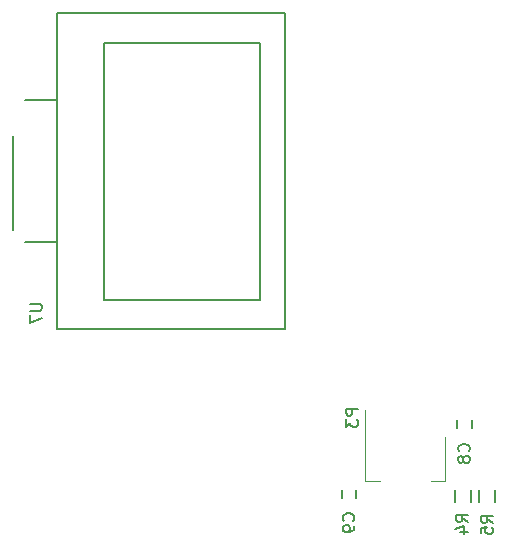
<source format=gbo>
G04 #@! TF.GenerationSoftware,KiCad,Pcbnew,5.1.5*
G04 #@! TF.CreationDate,2020-03-31T14:29:14+02:00*
G04 #@! TF.ProjectId,nixie_control_board,6e697869-655f-4636-9f6e-74726f6c5f62,rev?*
G04 #@! TF.SameCoordinates,Original*
G04 #@! TF.FileFunction,Legend,Bot*
G04 #@! TF.FilePolarity,Positive*
%FSLAX46Y46*%
G04 Gerber Fmt 4.6, Leading zero omitted, Abs format (unit mm)*
G04 Created by KiCad (PCBNEW 5.1.5) date 2020-03-31 14:29:14*
%MOMM*%
%LPD*%
G04 APERTURE LIST*
%ADD10C,0.150000*%
%ADD11C,0.120000*%
G04 APERTURE END LIST*
D10*
X123320000Y-97070000D02*
X120580000Y-97070000D01*
X127278000Y-80198000D02*
X127278000Y-101942000D01*
X140482000Y-101942000D02*
X127278000Y-101942000D01*
X142580000Y-104420000D02*
X123320000Y-104420000D01*
X123320000Y-104420000D02*
X123320000Y-77720000D01*
X142580000Y-104420000D02*
X142580000Y-77720000D01*
X142580000Y-77720000D02*
X123320000Y-77720000D01*
X140482000Y-80198000D02*
X127278000Y-80198000D01*
X140482000Y-80198000D02*
X140482000Y-101942000D01*
X119580000Y-96070000D02*
X119580000Y-88070000D01*
X123320000Y-85070000D02*
X120580000Y-85070000D01*
D11*
X156190000Y-117340000D02*
X154930000Y-117340000D01*
X149370000Y-117340000D02*
X150630000Y-117340000D01*
X156190000Y-113580000D02*
X156190000Y-117340000D01*
X149370000Y-111330000D02*
X149370000Y-117340000D01*
D10*
X157210000Y-112120000D02*
X157210000Y-112820000D01*
X158410000Y-112820000D02*
X158410000Y-112120000D01*
X148630000Y-118740000D02*
X148630000Y-118040000D01*
X147430000Y-118040000D02*
X147430000Y-118740000D01*
X158355000Y-119070000D02*
X158355000Y-118070000D01*
X157005000Y-118070000D02*
X157005000Y-119070000D01*
X159025000Y-118070000D02*
X159025000Y-119070000D01*
X160375000Y-119070000D02*
X160375000Y-118070000D01*
X121032380Y-102308095D02*
X121841904Y-102308095D01*
X121937142Y-102355714D01*
X121984761Y-102403333D01*
X122032380Y-102498571D01*
X122032380Y-102689047D01*
X121984761Y-102784285D01*
X121937142Y-102831904D01*
X121841904Y-102879523D01*
X121032380Y-102879523D01*
X121032380Y-103260476D02*
X121032380Y-103927142D01*
X122032380Y-103498571D01*
X148772380Y-111191904D02*
X147772380Y-111191904D01*
X147772380Y-111572857D01*
X147820000Y-111668095D01*
X147867619Y-111715714D01*
X147962857Y-111763333D01*
X148105714Y-111763333D01*
X148200952Y-111715714D01*
X148248571Y-111668095D01*
X148296190Y-111572857D01*
X148296190Y-111191904D01*
X147772380Y-112096666D02*
X147772380Y-112715714D01*
X148153333Y-112382380D01*
X148153333Y-112525238D01*
X148200952Y-112620476D01*
X148248571Y-112668095D01*
X148343809Y-112715714D01*
X148581904Y-112715714D01*
X148677142Y-112668095D01*
X148724761Y-112620476D01*
X148772380Y-112525238D01*
X148772380Y-112239523D01*
X148724761Y-112144285D01*
X148677142Y-112096666D01*
X158177142Y-114803333D02*
X158224761Y-114755714D01*
X158272380Y-114612857D01*
X158272380Y-114517619D01*
X158224761Y-114374761D01*
X158129523Y-114279523D01*
X158034285Y-114231904D01*
X157843809Y-114184285D01*
X157700952Y-114184285D01*
X157510476Y-114231904D01*
X157415238Y-114279523D01*
X157320000Y-114374761D01*
X157272380Y-114517619D01*
X157272380Y-114612857D01*
X157320000Y-114755714D01*
X157367619Y-114803333D01*
X157700952Y-115374761D02*
X157653333Y-115279523D01*
X157605714Y-115231904D01*
X157510476Y-115184285D01*
X157462857Y-115184285D01*
X157367619Y-115231904D01*
X157320000Y-115279523D01*
X157272380Y-115374761D01*
X157272380Y-115565238D01*
X157320000Y-115660476D01*
X157367619Y-115708095D01*
X157462857Y-115755714D01*
X157510476Y-115755714D01*
X157605714Y-115708095D01*
X157653333Y-115660476D01*
X157700952Y-115565238D01*
X157700952Y-115374761D01*
X157748571Y-115279523D01*
X157796190Y-115231904D01*
X157891428Y-115184285D01*
X158081904Y-115184285D01*
X158177142Y-115231904D01*
X158224761Y-115279523D01*
X158272380Y-115374761D01*
X158272380Y-115565238D01*
X158224761Y-115660476D01*
X158177142Y-115708095D01*
X158081904Y-115755714D01*
X157891428Y-115755714D01*
X157796190Y-115708095D01*
X157748571Y-115660476D01*
X157700952Y-115565238D01*
X148397142Y-120673333D02*
X148444761Y-120625714D01*
X148492380Y-120482857D01*
X148492380Y-120387619D01*
X148444761Y-120244761D01*
X148349523Y-120149523D01*
X148254285Y-120101904D01*
X148063809Y-120054285D01*
X147920952Y-120054285D01*
X147730476Y-120101904D01*
X147635238Y-120149523D01*
X147540000Y-120244761D01*
X147492380Y-120387619D01*
X147492380Y-120482857D01*
X147540000Y-120625714D01*
X147587619Y-120673333D01*
X148492380Y-121149523D02*
X148492380Y-121340000D01*
X148444761Y-121435238D01*
X148397142Y-121482857D01*
X148254285Y-121578095D01*
X148063809Y-121625714D01*
X147682857Y-121625714D01*
X147587619Y-121578095D01*
X147540000Y-121530476D01*
X147492380Y-121435238D01*
X147492380Y-121244761D01*
X147540000Y-121149523D01*
X147587619Y-121101904D01*
X147682857Y-121054285D01*
X147920952Y-121054285D01*
X148016190Y-121101904D01*
X148063809Y-121149523D01*
X148111428Y-121244761D01*
X148111428Y-121435238D01*
X148063809Y-121530476D01*
X148016190Y-121578095D01*
X147920952Y-121625714D01*
X158092380Y-120773333D02*
X157616190Y-120440000D01*
X158092380Y-120201904D02*
X157092380Y-120201904D01*
X157092380Y-120582857D01*
X157140000Y-120678095D01*
X157187619Y-120725714D01*
X157282857Y-120773333D01*
X157425714Y-120773333D01*
X157520952Y-120725714D01*
X157568571Y-120678095D01*
X157616190Y-120582857D01*
X157616190Y-120201904D01*
X157425714Y-121630476D02*
X158092380Y-121630476D01*
X157044761Y-121392380D02*
X157759047Y-121154285D01*
X157759047Y-121773333D01*
X160202380Y-120843333D02*
X159726190Y-120510000D01*
X160202380Y-120271904D02*
X159202380Y-120271904D01*
X159202380Y-120652857D01*
X159250000Y-120748095D01*
X159297619Y-120795714D01*
X159392857Y-120843333D01*
X159535714Y-120843333D01*
X159630952Y-120795714D01*
X159678571Y-120748095D01*
X159726190Y-120652857D01*
X159726190Y-120271904D01*
X159202380Y-121748095D02*
X159202380Y-121271904D01*
X159678571Y-121224285D01*
X159630952Y-121271904D01*
X159583333Y-121367142D01*
X159583333Y-121605238D01*
X159630952Y-121700476D01*
X159678571Y-121748095D01*
X159773809Y-121795714D01*
X160011904Y-121795714D01*
X160107142Y-121748095D01*
X160154761Y-121700476D01*
X160202380Y-121605238D01*
X160202380Y-121367142D01*
X160154761Y-121271904D01*
X160107142Y-121224285D01*
M02*

</source>
